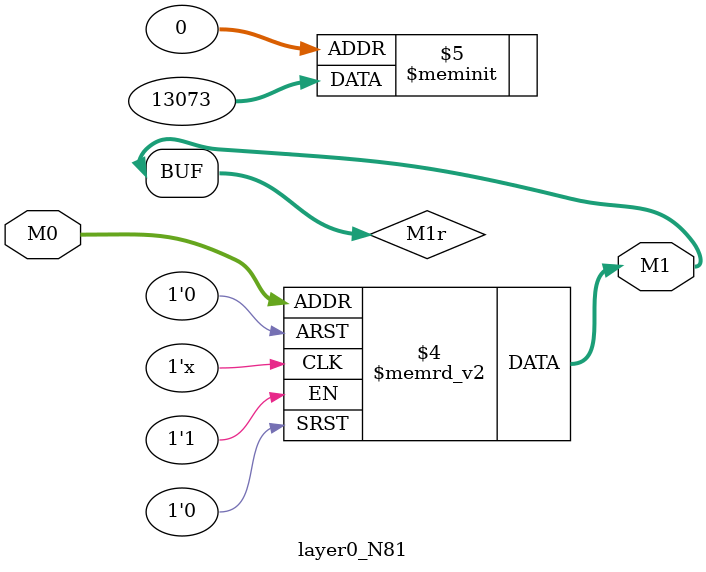
<source format=v>
module layer0_N81 ( input [3:0] M0, output [1:0] M1 );

	(*rom_style = "distributed" *) reg [1:0] M1r;
	assign M1 = M1r;
	always @ (M0) begin
		case (M0)
			4'b0000: M1r = 2'b01;
			4'b1000: M1r = 2'b00;
			4'b0100: M1r = 2'b11;
			4'b1100: M1r = 2'b00;
			4'b0010: M1r = 2'b01;
			4'b1010: M1r = 2'b00;
			4'b0110: M1r = 2'b11;
			4'b1110: M1r = 2'b00;
			4'b0001: M1r = 2'b00;
			4'b1001: M1r = 2'b00;
			4'b0101: M1r = 2'b00;
			4'b1101: M1r = 2'b00;
			4'b0011: M1r = 2'b00;
			4'b1011: M1r = 2'b00;
			4'b0111: M1r = 2'b00;
			4'b1111: M1r = 2'b00;

		endcase
	end
endmodule

</source>
